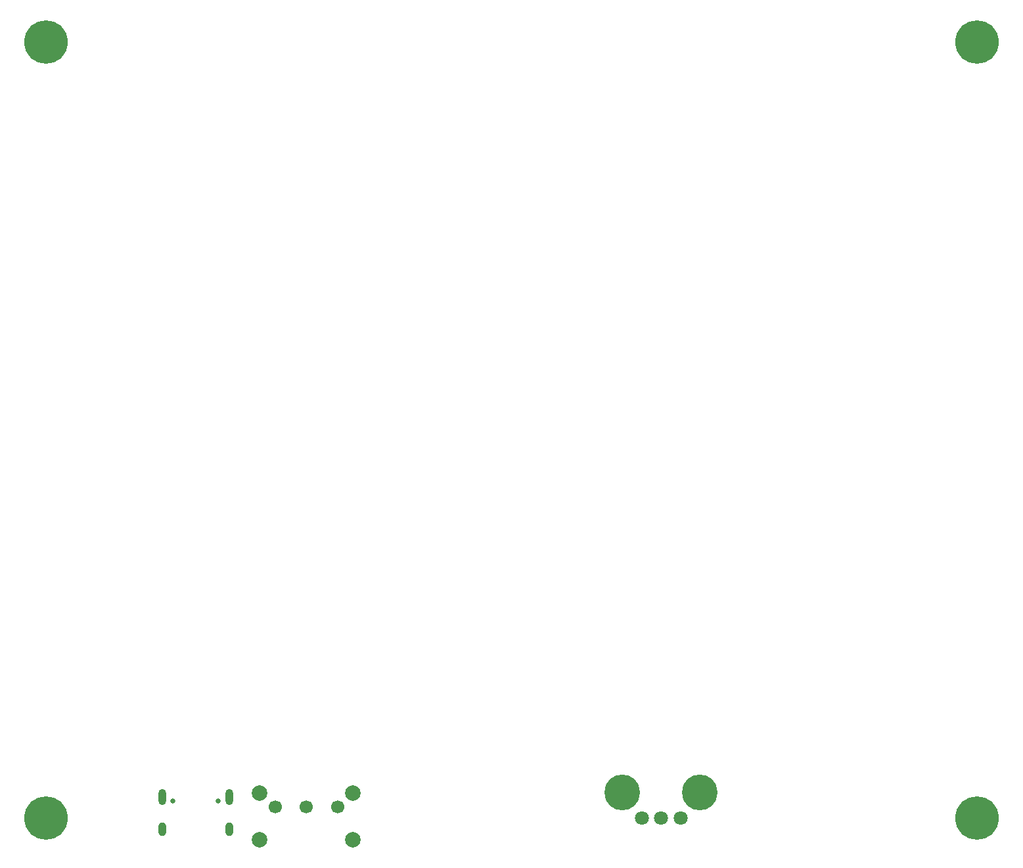
<source format=gbr>
%TF.GenerationSoftware,KiCad,Pcbnew,7.0.10*%
%TF.CreationDate,2024-06-08T12:24:57-05:00*%
%TF.ProjectId,viewer_rev2,76696577-6572-45f7-9265-76322e6b6963,rev?*%
%TF.SameCoordinates,Original*%
%TF.FileFunction,Soldermask,Bot*%
%TF.FilePolarity,Negative*%
%FSLAX46Y46*%
G04 Gerber Fmt 4.6, Leading zero omitted, Abs format (unit mm)*
G04 Created by KiCad (PCBNEW 7.0.10) date 2024-06-08 12:24:57*
%MOMM*%
%LPD*%
G01*
G04 APERTURE LIST*
%ADD10C,5.600000*%
%ADD11C,2.000000*%
%ADD12C,1.700000*%
%ADD13C,4.600000*%
%ADD14C,1.800000*%
%ADD15C,0.650000*%
%ADD16O,1.000000X2.100000*%
%ADD17O,1.000000X1.800000*%
G04 APERTURE END LIST*
D10*
%TO.C,H1*%
X107500000Y-33000000D03*
%TD*%
D11*
%TO.C,SW1*%
X135042500Y-129750000D03*
X135042500Y-135750000D03*
X147042500Y-129750000D03*
X147042500Y-135750000D03*
D12*
X137042500Y-131500000D03*
X141042500Y-131500000D03*
X145042500Y-131500000D03*
%TD*%
D10*
%TO.C,H2*%
X227500000Y-33000000D03*
%TD*%
D13*
%TO.C,RV1*%
X191750000Y-129700000D03*
X181750000Y-129700000D03*
D14*
X184250000Y-133000000D03*
X186750000Y-133000000D03*
X189250000Y-133000000D03*
%TD*%
D10*
%TO.C,H4*%
X227500000Y-133000000D03*
%TD*%
D15*
%TO.C,J2*%
X123860000Y-130745000D03*
X129640000Y-130745000D03*
D16*
X122430000Y-130245000D03*
D17*
X122430000Y-134425000D03*
D16*
X131070000Y-130245000D03*
D17*
X131070000Y-134425000D03*
%TD*%
D10*
%TO.C,H3*%
X107500000Y-133000000D03*
%TD*%
M02*

</source>
